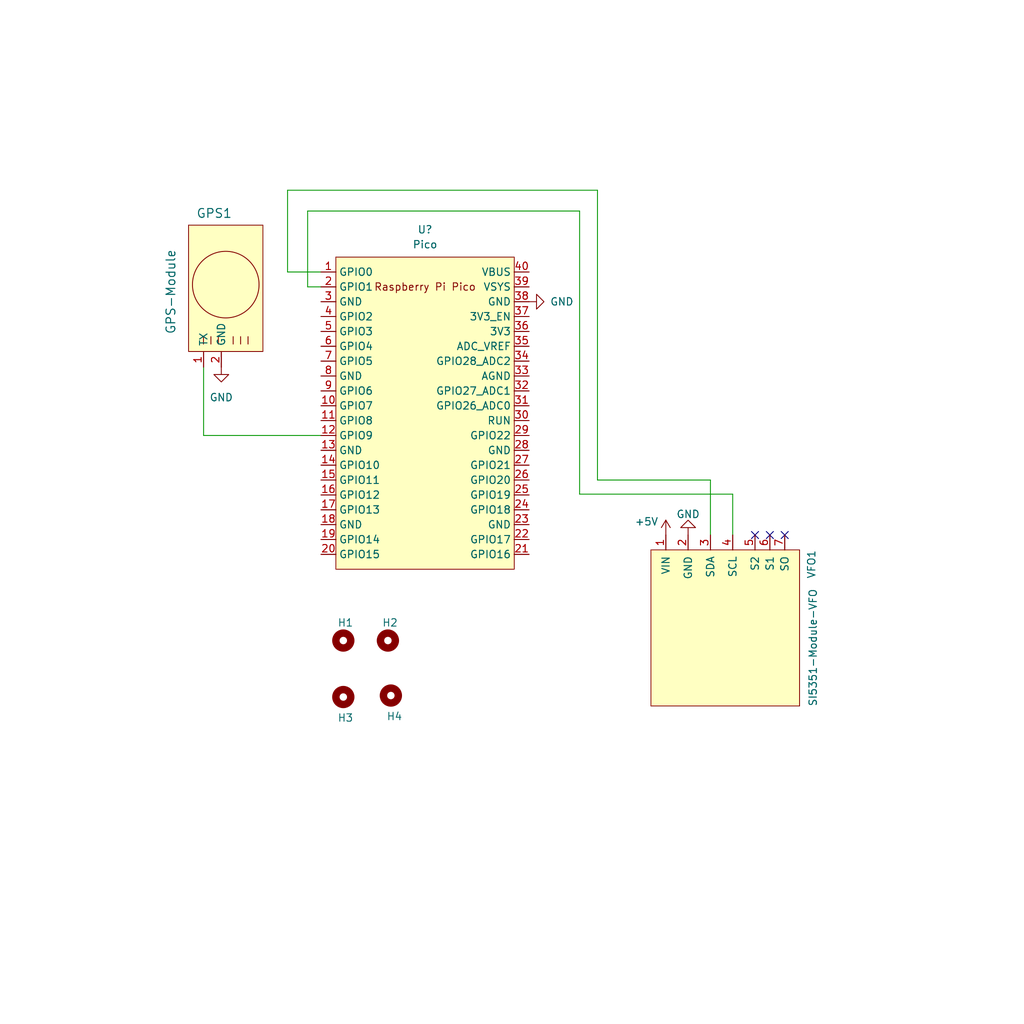
<source format=kicad_sch>
(kicad_sch (version 20211123) (generator eeschema)
  (paper "User" 175.006 175.006)
  (title_block (title "Easy-Digital-Beacons") (date "2022-03-14") (rev "V0.02") (company "Dhiru Kholia (VU3CER)"))
  (lib_symbols
    (symbol "Control-Board-rescue:SI5351Module_2-VFO-SDR_SSB-rescue-Hack-v1-rescue" (pin_names (offset 1.016))
      (property "Reference" "U" (at 0 0 0))
      (property "Value" "SI5351Module_2-VFO-SDR_SSB-rescue-Hack-v1-rescue" (at 0 0 0))
      (symbol "SI5351Module_2-VFO-SDR_SSB-rescue-Hack-v1-rescue_0_1"
        (rectangle (start -12.7 12.7) (end 13.97 -12.7) (fill (type background)))
      )
      (symbol "SI5351Module_2-VFO-SDR_SSB-rescue-Hack-v1-rescue_1_1"
        (pin input line (at -15.24 -10.16 0) (length 2.54) (name "VIN") (number "1"))
        (pin input line (at -15.24 -6.35 0) (length 2.54) (name "GND") (number "2"))
        (pin input line (at -15.24 -2.54 0) (length 2.54) (name "SDA") (number "3"))
        (pin input line (at -15.24 1.27 0) (length 2.54) (name "SCL") (number "4"))
        (pin output line (at -15.24 5.08 0) (length 2.54) (name "S2") (number "5"))
        (pin output line (at -15.24 7.62 0) (length 2.54) (name "S1") (number "6"))
        (pin output line (at -15.24 10.16 0) (length 2.54) (name "SO") (number "7"))
      )
    )
    (symbol "GPS-Module:GPS-Module" (pin_names (offset 1.016))
      (property "Reference" "RTC1" (at -6.6548 -2.0828 0))
      (property "Value" "GPS-Module" (at 9.1694 -5.6134 0))
      (symbol "GPS-Module_0_1"
        (rectangle (start -11.43 7.62) (end 10.16 -5.08) (fill (type background)))
        (polyline (pts (xy -10.16 -2.54) (xy -8.89 -2.54)))
        (polyline (pts (xy -10.16 -1.27) (xy -8.89 -1.27)))
        (polyline (pts (xy -10.16 0) (xy -8.89 0)))
        (polyline (pts (xy -10.16 2.54) (xy -8.89 2.54)))
        (polyline (pts (xy -10.16 3.81) (xy -8.89 3.81)))
        (polyline (pts (xy -10.16 5.08) (xy -8.89 5.08)))
        (circle (center 0 1.27) (radius 5.6896))
      )
      (symbol "GPS-Module_1_1"
        (pin output line (at -14.097 5.0546 0) (length 2.54) (name "TX") (number "1"))
        (pin power_in line (at -14.097 2.032 0) (length 2.54) (name "GND") (number "2"))
      )
    )
    (symbol "Mechanical:MountingHole" (pin_names (offset 1.016))
      (property "Reference" "H" (at 0 5.08 0))
      (property "Value" "MountingHole" (at 0 3.175 0))
      (symbol "MountingHole_0_1"
        (circle (center 0 0) (radius 1.27) (stroke (width 1.27)))
      )
    )
    (symbol "pico:Pico"
      (property "Reference" "U3" (at 0 32.004 0))
      (property "Value" "Pico" (at 0 29.464 0))
      (symbol "Pico_0_0"
        (text "Raspberry Pi Pico" (at 0 21.59 0) (effects (font (size 1.27 1.27))))
      )
      (symbol "Pico_0_1"
        (rectangle (start -15.24 26.67) (end 15.24 -26.67) (fill (type background)))
      )
      (symbol "Pico_1_1"
        (pin bidirectional line (at -17.78 24.13 0) (length 2.54) (name "GPIO0") (number "1"))
        (pin bidirectional line (at -17.78 1.27 0) (length 2.54) (name "GPIO7") (number "10"))
        (pin bidirectional line (at -17.78 -1.27 0) (length 2.54) (name "GPIO8") (number "11"))
        (pin bidirectional line (at -17.78 -3.81 0) (length 2.54) (name "GPIO9") (number "12"))
        (pin power_in line (at -17.78 -6.35 0) (length 2.54) (name "GND") (number "13"))
        (pin bidirectional line (at -17.78 -8.89 0) (length 2.54) (name "GPIO10") (number "14"))
        (pin bidirectional line (at -17.78 -11.43 0) (length 2.54) (name "GPIO11") (number "15"))
        (pin bidirectional line (at -17.78 -13.97 0) (length 2.54) (name "GPIO12") (number "16"))
        (pin bidirectional line (at -17.78 -16.51 0) (length 2.54) (name "GPIO13") (number "17"))
        (pin power_in line (at -17.78 -19.05 0) (length 2.54) (name "GND") (number "18"))
        (pin bidirectional line (at -17.78 -21.59 0) (length 2.54) (name "GPIO14") (number "19"))
        (pin bidirectional line (at -17.78 21.59 0) (length 2.54) (name "GPIO1") (number "2"))
        (pin bidirectional line (at -17.78 -24.13 0) (length 2.54) (name "GPIO15") (number "20"))
        (pin bidirectional line (at 17.78 -24.13 180) (length 2.54) (name "GPIO16") (number "21"))
        (pin bidirectional line (at 17.78 -21.59 180) (length 2.54) (name "GPIO17") (number "22"))
        (pin power_in line (at 17.78 -19.05 180) (length 2.54) (name "GND") (number "23"))
        (pin bidirectional line (at 17.78 -16.51 180) (length 2.54) (name "GPIO18") (number "24"))
        (pin bidirectional line (at 17.78 -13.97 180) (length 2.54) (name "GPIO19") (number "25"))
        (pin bidirectional line (at 17.78 -11.43 180) (length 2.54) (name "GPIO20") (number "26"))
        (pin bidirectional line (at 17.78 -8.89 180) (length 2.54) (name "GPIO21") (number "27"))
        (pin power_in line (at 17.78 -6.35 180) (length 2.54) (name "GND") (number "28"))
        (pin bidirectional line (at 17.78 -3.81 180) (length 2.54) (name "GPIO22") (number "29"))
        (pin power_in line (at -17.78 19.05 0) (length 2.54) (name "GND") (number "3"))
        (pin input line (at 17.78 -1.27 180) (length 2.54) (name "RUN") (number "30"))
        (pin bidirectional line (at 17.78 1.27 180) (length 2.54) (name "GPIO26_ADC0") (number "31"))
        (pin bidirectional line (at 17.78 3.81 180) (length 2.54) (name "GPIO27_ADC1") (number "32"))
        (pin power_in line (at 17.78 6.35 180) (length 2.54) (name "AGND") (number "33"))
        (pin bidirectional line (at 17.78 8.89 180) (length 2.54) (name "GPIO28_ADC2") (number "34"))
        (pin power_in line (at 17.78 11.43 180) (length 2.54) (name "ADC_VREF") (number "35"))
        (pin power_in line (at 17.78 13.97 180) (length 2.54) (name "3V3") (number "36"))
        (pin input line (at 17.78 16.51 180) (length 2.54) (name "3V3_EN") (number "37"))
        (pin power_in line (at 17.78 19.05 180) (length 2.54) (name "GND") (number "38"))
        (pin power_in line (at 17.78 21.59 180) (length 2.54) (name "VSYS") (number "39"))
        (pin bidirectional line (at -17.78 16.51 0) (length 2.54) (name "GPIO2") (number "4"))
        (pin power_in line (at 17.78 24.13 180) (length 2.54) (name "VBUS") (number "40"))
        (pin bidirectional line (at -17.78 13.97 0) (length 2.54) (name "GPIO3") (number "5"))
        (pin bidirectional line (at -17.78 11.43 0) (length 2.54) (name "GPIO4") (number "6"))
        (pin bidirectional line (at -17.78 8.89 0) (length 2.54) (name "GPIO5") (number "7"))
        (pin power_in line (at -17.78 6.35 0) (length 2.54) (name "GND") (number "8"))
        (pin bidirectional line (at -17.78 3.81 0) (length 2.54) (name "GPIO6") (number "9"))
      )
    )
    (symbol "power:+5V" (power) (pin_names (offset 0))
      (property "Value" "+5V" (at 0 3.556 0))
      (symbol "+5V_0_1"
        (polyline (pts (xy -0.762 1.27) (xy 0 2.54)))
        (polyline (pts (xy 0 0) (xy 0 2.54)))
        (polyline (pts (xy 0 2.54) (xy 0.762 1.27)))
      )
      (symbol "+5V_1_1"
        (pin power_in line (at 0 0 90) (length 0) hide (name "+5V") (number "1"))
      )
    )
    (symbol "power:GND" (power) (pin_names (offset 0))
      (property "Value" "GND" (at 0 -3.81 0))
      (symbol "GND_0_1"
        (polyline (pts (xy 0 0) (xy 0 -1.27) (xy 1.27 -1.27) (xy 0 -2.54) (xy -1.27 -1.27) (xy 0 -1.27)))
      )
      (symbol "GND_1_1"
        (pin power_in line (at 0 0 270) (length 0) hide (name "GND") (number "1"))
      )
    )
  )
  (no_connect (at 131.572 91.44))
  (no_connect (at 134.112 91.44))
  (no_connect (at 129.032 91.44))
  (wire (pts (xy 102.108 82.042) (xy 121.412 82.042)))
  (wire (pts (xy 52.578 49.022) (xy 54.864 49.022)))
  (wire (pts (xy 52.578 36.068) (xy 52.578 49.022)))
  (wire (pts (xy 49.149 32.512) (xy 49.149 46.482)))
  (wire (pts (xy 99.06 84.455) (xy 99.06 36.068)))
  (wire (pts (xy 49.149 46.482) (xy 54.864 46.482)))
  (wire (pts (xy 34.798 74.422) (xy 54.864 74.422)))
  (wire (pts (xy 102.108 82.042) (xy 102.108 32.512)))
  (wire (pts (xy 99.06 36.068) (xy 52.578 36.068)))
  (wire (pts (xy 34.798 62.738) (xy 34.798 74.422)))
  (wire (pts (xy 99.06 84.455) (xy 125.222 84.455)))
  (wire (pts (xy 102.108 32.512) (xy 49.149 32.512)))
  (wire (pts (xy 121.412 82.042) (xy 121.412 91.44)))
  (wire (pts (xy 125.222 84.455) (xy 125.222 91.44)))
  (symbol (lib_id "Control-Board-rescue:SI5351Module_2-VFO-SDR_SSB-rescue-Hack-v1-rescue") (at 123.952 106.68 270) (unit 1)
    (property "Reference" "VFO1" (at 138.684 93.98 0) (effects (justify left)))
    (property "Value" "SI5351-Module-VFO" (at 138.938 100.584 0) (effects (justify left)))
    (property "Footprint" "Connector_PinSocket_2.54mm:PinSocket_1x07_P2.54mm_Vertical" (effects hide))
  )
  (symbol (lib_id "power:GND") (at 117.602 91.44 180) (unit 1)
    (property "Reference" "#PWR0108" (effects hide))
    (property "Value" "GND" (at 117.602 87.884 0))
  )
  (symbol (lib_id "Mechanical:MountingHole") (at 58.674 109.474 0) (unit 1)
    (property "Reference" "H1" (at 57.658 106.426 0) (effects (justify left)))
    (property "Value" "MountingHole" (effects hide))
    (property "Footprint" "MountingHole:MountingHole_2.2mm_M2" (effects hide))
  )
  (symbol (lib_id "GPS-Module:GPS-Module") (at 39.8526 48.641 90) (unit 1)
    (property "Reference" "GPS1" (at 33.5026 36.449 90) (effects (font (size 1.524 1.524)) (justify right)))
    (property "Value" "GPS-Module" (at 29.1846 42.545 0) (effects (font (size 1.524 1.524)) (justify right)))
    (property "Footprint" "Connector_PinSocket_2.54mm:PinSocket_1x06_P2.54mm_Horizontal" (effects hide))
  )
  (symbol (lib_id "power:GND") (at 90.424 51.562 90) (unit 1)
    (property "Reference" "#PWR?" (effects hide))
    (property "Value" "GND" (at 93.98 51.5619 90) (effects (justify right)))
  )
  (symbol (lib_id "power:GND") (at 37.8206 62.738 0) (unit 1)
    (property "Reference" "#PWR02" (effects hide))
    (property "Value" "GND" (at 37.8206 67.9196 0))
  )
  (symbol (lib_id "Mechanical:MountingHole") (at 66.802 118.872 0) (unit 1)
    (property "Reference" "H4" (at 66.04 122.428 0) (effects (justify left)))
    (property "Value" "MountingHole" (effects hide))
    (property "Footprint" "MountingHole:MountingHole_2.2mm_M2" (effects hide))
  )
  (symbol (lib_id "power:+5V") (at 113.792 91.44 0) (unit 1)
    (property "Reference" "#PWR01" (effects hide))
    (property "Value" "+5V" (at 110.49 89.154 0))
  )
  (symbol (lib_id "pico:Pico") (at 72.644 70.612 0) (unit 1)
    (property "Reference" "U?" (at 72.644 39.243 0))
    (property "Value" "Pico" (at 72.644 41.783 0))
    (property "Footprint" "footprints:RPi_Pico_SMD_TH" (effects hide))
  )
  (symbol (lib_id "Mechanical:MountingHole") (at 66.294 109.474 0) (unit 1)
    (property "Reference" "H2" (at 65.278 106.426 0) (effects (justify left)))
    (property "Value" "MountingHole" (effects hide))
    (property "Footprint" "MountingHole:MountingHole_2.2mm_M2" (effects hide))
  )
  (symbol (lib_id "Mechanical:MountingHole") (at 58.674 119.126 0) (unit 1)
    (property "Reference" "H3" (at 57.658 122.682 0) (effects (justify left)))
    (property "Value" "MountingHole" (effects hide))
    (property "Footprint" "MountingHole:MountingHole_2.2mm_M2" (effects hide))
  )
)
</source>
